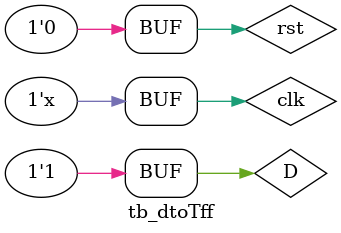
<source format=v>
`timescale 1ns / 1ps



module tb_dtoTff();
wire q,qbar;
reg clk,rst,D;
D_Tflipflop d7(q,qbar,clk,rst,D);
 always #10 clk=~clk;
initial clk=0;
initial begin
rst=1; #40
rst=0;
D=0; #10;
D=1; #20;
D=0; #10;
D=1; #20;
end
endmodule

</source>
